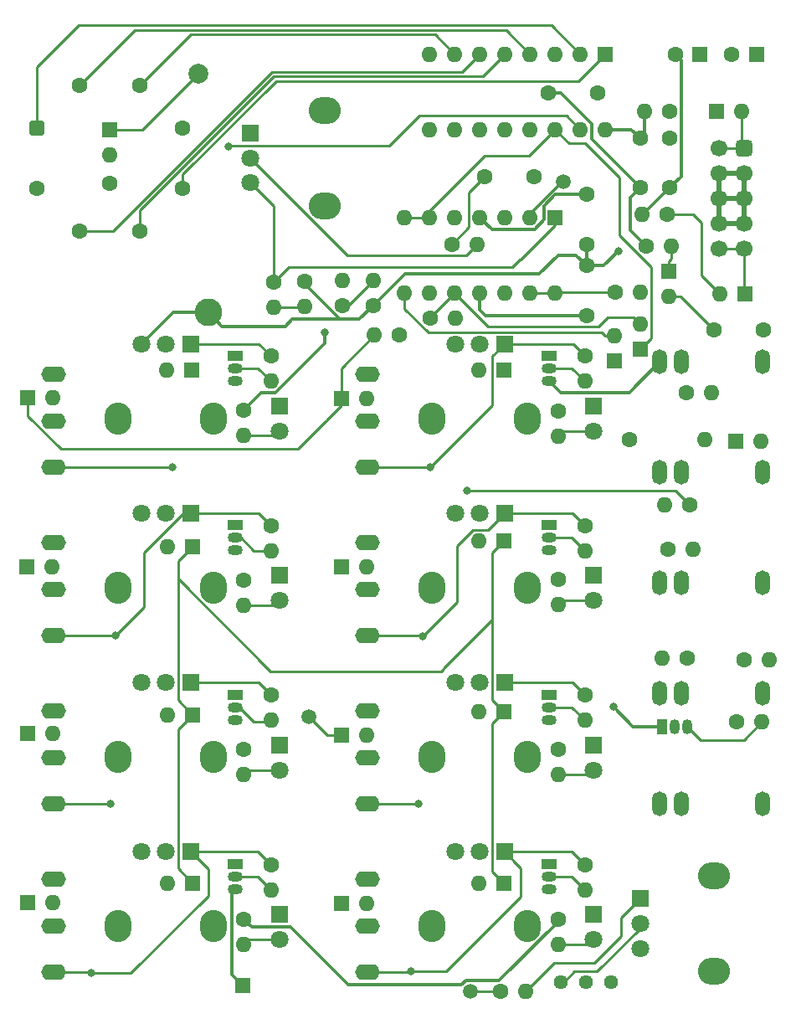
<source format=gtl>
G04 #@! TF.GenerationSoftware,KiCad,Pcbnew,7.0.10*
G04 #@! TF.CreationDate,2024-02-02T08:29:14+10:00*
G04 #@! TF.ProjectId,MK_Seq take 2,4d4b5f53-6571-4207-9461-6b6520322e6b,rev?*
G04 #@! TF.SameCoordinates,Original*
G04 #@! TF.FileFunction,Copper,L1,Top*
G04 #@! TF.FilePolarity,Positive*
%FSLAX46Y46*%
G04 Gerber Fmt 4.6, Leading zero omitted, Abs format (unit mm)*
G04 Created by KiCad (PCBNEW 7.0.10) date 2024-02-02 08:29:14*
%MOMM*%
%LPD*%
G01*
G04 APERTURE LIST*
G04 Aperture macros list*
%AMRoundRect*
0 Rectangle with rounded corners*
0 $1 Rounding radius*
0 $2 $3 $4 $5 $6 $7 $8 $9 X,Y pos of 4 corners*
0 Add a 4 corners polygon primitive as box body*
4,1,4,$2,$3,$4,$5,$6,$7,$8,$9,$2,$3,0*
0 Add four circle primitives for the rounded corners*
1,1,$1+$1,$2,$3*
1,1,$1+$1,$4,$5*
1,1,$1+$1,$6,$7*
1,1,$1+$1,$8,$9*
0 Add four rect primitives between the rounded corners*
20,1,$1+$1,$2,$3,$4,$5,0*
20,1,$1+$1,$4,$5,$6,$7,0*
20,1,$1+$1,$6,$7,$8,$9,0*
20,1,$1+$1,$8,$9,$2,$3,0*%
G04 Aperture macros list end*
G04 #@! TA.AperFunction,ComponentPad*
%ADD10R,1.800000X1.800000*%
G04 #@! TD*
G04 #@! TA.AperFunction,ComponentPad*
%ADD11C,1.800000*%
G04 #@! TD*
G04 #@! TA.AperFunction,ComponentPad*
%ADD12O,2.500000X1.600000*%
G04 #@! TD*
G04 #@! TA.AperFunction,ComponentPad*
%ADD13O,2.720000X3.240000*%
G04 #@! TD*
G04 #@! TA.AperFunction,ComponentPad*
%ADD14C,1.600000*%
G04 #@! TD*
G04 #@! TA.AperFunction,ComponentPad*
%ADD15O,1.600000X1.600000*%
G04 #@! TD*
G04 #@! TA.AperFunction,ComponentPad*
%ADD16R,1.600000X1.600000*%
G04 #@! TD*
G04 #@! TA.AperFunction,ComponentPad*
%ADD17O,1.500000X2.500000*%
G04 #@! TD*
G04 #@! TA.AperFunction,ComponentPad*
%ADD18O,3.240000X2.720000*%
G04 #@! TD*
G04 #@! TA.AperFunction,ComponentPad*
%ADD19C,2.800000*%
G04 #@! TD*
G04 #@! TA.AperFunction,SMDPad,CuDef*
%ADD20C,1.500000*%
G04 #@! TD*
G04 #@! TA.AperFunction,SMDPad,CuDef*
%ADD21R,1.500000X1.500000*%
G04 #@! TD*
G04 #@! TA.AperFunction,ComponentPad*
%ADD22RoundRect,0.400000X-0.400000X0.400000X-0.400000X-0.400000X0.400000X-0.400000X0.400000X0.400000X0*%
G04 #@! TD*
G04 #@! TA.AperFunction,ComponentPad*
%ADD23C,2.000000*%
G04 #@! TD*
G04 #@! TA.AperFunction,ComponentPad*
%ADD24C,1.440000*%
G04 #@! TD*
G04 #@! TA.AperFunction,ComponentPad*
%ADD25R,1.500000X1.050000*%
G04 #@! TD*
G04 #@! TA.AperFunction,ComponentPad*
%ADD26O,1.500000X1.050000*%
G04 #@! TD*
G04 #@! TA.AperFunction,ComponentPad*
%ADD27R,1.050000X1.500000*%
G04 #@! TD*
G04 #@! TA.AperFunction,ComponentPad*
%ADD28O,1.050000X1.500000*%
G04 #@! TD*
G04 #@! TA.AperFunction,ComponentPad*
%ADD29C,1.700000*%
G04 #@! TD*
G04 #@! TA.AperFunction,ComponentPad*
%ADD30RoundRect,0.425000X-0.425000X-0.425000X0.425000X-0.425000X0.425000X0.425000X-0.425000X0.425000X0*%
G04 #@! TD*
G04 #@! TA.AperFunction,ViaPad*
%ADD31C,0.800000*%
G04 #@! TD*
G04 #@! TA.AperFunction,Conductor*
%ADD32C,0.300000*%
G04 #@! TD*
G04 #@! TA.AperFunction,Conductor*
%ADD33C,0.250000*%
G04 #@! TD*
G04 #@! TA.AperFunction,Conductor*
%ADD34C,0.500000*%
G04 #@! TD*
G04 APERTURE END LIST*
D10*
X88900000Y-123185000D03*
D11*
X88900000Y-125725000D03*
D10*
X88900000Y-71750000D03*
D11*
X88900000Y-74290000D03*
D12*
X97789275Y-95017095D03*
X97790000Y-90305820D03*
X97790060Y-85604154D03*
X66039335Y-112037915D03*
X66040060Y-107326640D03*
X66040120Y-102624974D03*
D13*
X113980725Y-107235000D03*
X104380725Y-107235000D03*
D10*
X111680725Y-99735000D03*
D11*
X109180725Y-99735000D03*
X106680725Y-99735000D03*
D14*
X91500000Y-59200000D03*
D15*
X91500000Y-61740000D03*
D14*
X128400000Y-49700000D03*
X128400000Y-44700000D03*
X125400000Y-49700000D03*
X125400000Y-44700000D03*
X128145000Y-52400000D03*
D15*
X125605000Y-52400000D03*
D16*
X133148629Y-42000000D03*
D15*
X135688629Y-42000000D03*
D14*
X98400000Y-61597967D03*
D15*
X98400000Y-59057967D03*
D17*
X127395000Y-67310000D03*
X129595000Y-67310000D03*
X137795000Y-67310000D03*
D14*
X95247034Y-61600000D03*
D15*
X95247034Y-59060000D03*
D13*
X82230000Y-90130000D03*
X72630000Y-90130000D03*
D10*
X79930000Y-82630000D03*
D11*
X77430000Y-82630000D03*
X74930000Y-82630000D03*
D10*
X120650000Y-123185000D03*
D11*
X120650000Y-125725000D03*
D18*
X132892122Y-119305000D03*
X132892122Y-128905000D03*
D10*
X125392122Y-121605000D03*
D11*
X125392122Y-124105000D03*
X125392122Y-126605000D03*
D18*
X93500000Y-41910000D03*
X93500000Y-51510000D03*
D10*
X86000000Y-44210000D03*
D11*
X86000000Y-46710000D03*
X86000000Y-49210000D03*
D13*
X113980725Y-90130000D03*
X104380725Y-90130000D03*
D10*
X111680725Y-82630000D03*
D11*
X109180725Y-82630000D03*
X106680725Y-82630000D03*
D12*
X66039335Y-77996275D03*
X66040060Y-73285000D03*
X66040120Y-68583334D03*
D13*
X113980725Y-124340000D03*
X104380725Y-124340000D03*
D10*
X111680725Y-116840000D03*
D11*
X109180725Y-116840000D03*
X106680725Y-116840000D03*
D14*
X88340337Y-59212823D03*
D15*
X88340337Y-61752823D03*
D13*
X82230000Y-124340000D03*
X72630000Y-124340000D03*
D10*
X79930000Y-116840000D03*
D11*
X77430000Y-116840000D03*
X74930000Y-116840000D03*
D10*
X88900000Y-88895000D03*
D11*
X88900000Y-91435000D03*
D17*
X127395000Y-89645000D03*
X129595000Y-89645000D03*
X137795000Y-89645000D03*
D13*
X82230000Y-73025000D03*
X72630000Y-73025000D03*
D10*
X79930000Y-65525000D03*
D11*
X77430000Y-65525000D03*
X74930000Y-65525000D03*
D19*
X81700000Y-62300000D03*
D20*
X108200000Y-131000000D03*
D10*
X120650000Y-106040000D03*
D11*
X120650000Y-108580000D03*
D21*
X85200000Y-130400000D03*
D20*
X91900000Y-103200000D03*
X117600000Y-49100000D03*
D12*
X66039335Y-129058735D03*
X66040060Y-124347460D03*
X66040120Y-119645794D03*
D14*
X128400000Y-42000000D03*
D15*
X125860000Y-42000000D03*
D12*
X97789275Y-112037915D03*
X97790000Y-107326640D03*
X97790060Y-102624974D03*
D13*
X113980725Y-73025000D03*
X104380725Y-73025000D03*
D10*
X111680725Y-65525000D03*
D11*
X109180725Y-65525000D03*
X106680725Y-65525000D03*
D22*
X64373293Y-43645857D03*
D14*
X68706480Y-39333953D03*
X74813376Y-39335544D03*
X79145517Y-43649240D03*
X79145662Y-49772801D03*
X74813062Y-54099460D03*
X68693053Y-54094640D03*
X64362050Y-49768310D03*
X71763395Y-49260613D03*
D12*
X66039335Y-95017095D03*
X66040060Y-90305820D03*
X66040120Y-85604154D03*
X97789275Y-77996275D03*
X97790000Y-73285000D03*
X97790060Y-68583334D03*
D17*
X127395000Y-111980000D03*
X129595000Y-111980000D03*
X137795000Y-111980000D03*
X127395000Y-100812500D03*
X129595000Y-100812500D03*
X137795000Y-100812500D03*
D13*
X82230000Y-107235000D03*
X72630000Y-107235000D03*
D10*
X79930000Y-99735000D03*
D11*
X77430000Y-99735000D03*
X74930000Y-99735000D03*
D16*
X136000000Y-60400000D03*
D15*
X133460000Y-60400000D03*
D16*
X121905000Y-36195000D03*
D15*
X119365000Y-36195000D03*
X116825000Y-36195000D03*
X114285000Y-36195000D03*
X111745000Y-36195000D03*
X109205000Y-36195000D03*
X106665000Y-36195000D03*
X104125000Y-36195000D03*
X104125000Y-43815000D03*
X106665000Y-43815000D03*
X109205000Y-43815000D03*
X111745000Y-43815000D03*
X114285000Y-43815000D03*
X116825000Y-43815000D03*
X119365000Y-43815000D03*
X121905000Y-43815000D03*
D23*
X80700000Y-38200000D03*
D16*
X116830000Y-52700000D03*
D15*
X114290000Y-52700000D03*
X111750000Y-52700000D03*
X109210000Y-52700000D03*
X106670000Y-52700000D03*
X104130000Y-52700000D03*
X101590000Y-52700000D03*
X101590000Y-60320000D03*
X104130000Y-60320000D03*
X106670000Y-60320000D03*
X109210000Y-60320000D03*
X111750000Y-60320000D03*
X114290000Y-60320000D03*
X116830000Y-60320000D03*
D14*
X122860000Y-60300000D03*
D15*
X125400000Y-60300000D03*
D12*
X97789275Y-129058735D03*
X97790000Y-124347460D03*
X97790060Y-119645794D03*
D10*
X120650000Y-71750000D03*
D11*
X120650000Y-74290000D03*
D17*
X127395000Y-78477500D03*
X129595000Y-78477500D03*
X137795000Y-78477500D03*
D10*
X88900000Y-106040000D03*
D11*
X88900000Y-108580000D03*
D10*
X120650000Y-88895000D03*
D11*
X120650000Y-91435000D03*
D16*
X80125686Y-120000000D03*
D15*
X77585686Y-120000000D03*
D16*
X111600000Y-102700000D03*
D15*
X109060000Y-102700000D03*
D14*
X85300000Y-89353333D03*
D15*
X85300000Y-91893333D03*
D14*
X117100000Y-123660000D03*
D15*
X117100000Y-126200000D03*
D14*
X119800000Y-118155000D03*
D15*
X119800000Y-120695000D03*
D14*
X130445000Y-81800000D03*
D15*
X127905000Y-81800000D03*
D24*
X117420000Y-130000000D03*
X119960000Y-130000000D03*
X122500000Y-130000000D03*
D14*
X88054135Y-83867497D03*
D15*
X88054135Y-86407497D03*
D14*
X117100000Y-89326666D03*
D15*
X117100000Y-91866666D03*
D16*
X111600000Y-68100000D03*
D15*
X109060000Y-68100000D03*
D16*
X128300000Y-58174314D03*
D15*
X128300000Y-60714314D03*
D14*
X130055000Y-70400000D03*
D15*
X132595000Y-70400000D03*
D16*
X95174315Y-105060000D03*
D15*
X97714315Y-105060000D03*
D14*
X106360000Y-55400000D03*
D15*
X108900000Y-55400000D03*
D14*
X114700000Y-48600000D03*
X109700000Y-48600000D03*
D25*
X116205725Y-66675000D03*
D26*
X116205725Y-67945000D03*
X116205725Y-69215000D03*
D25*
X84455000Y-83820000D03*
D26*
X84455000Y-85090000D03*
X84455000Y-86360000D03*
D16*
X122800000Y-67225686D03*
D15*
X122800000Y-64685686D03*
D14*
X117100000Y-106493332D03*
D15*
X117100000Y-109033332D03*
D14*
X88054135Y-66721246D03*
D15*
X88054135Y-69261246D03*
D14*
X85300000Y-106506666D03*
D15*
X85300000Y-109046666D03*
D16*
X63474315Y-104900000D03*
D15*
X66014315Y-104900000D03*
D14*
X104155000Y-62900000D03*
D15*
X106695000Y-62900000D03*
D16*
X137160000Y-36195000D03*
D14*
X134660000Y-36195000D03*
D16*
X95174315Y-88020000D03*
D15*
X97714315Y-88020000D03*
D25*
X116205725Y-100965000D03*
D26*
X116205725Y-102235000D03*
X116205725Y-103505000D03*
D14*
X88054135Y-118160000D03*
D15*
X88054135Y-120700000D03*
D14*
X119800000Y-66700000D03*
D15*
X119800000Y-69240000D03*
D25*
X116205725Y-83820000D03*
D26*
X116205725Y-85090000D03*
X116205725Y-86360000D03*
D16*
X95174315Y-70980000D03*
D15*
X97714315Y-70980000D03*
D16*
X80125686Y-86000000D03*
D15*
X77585686Y-86000000D03*
D14*
X85300000Y-123660000D03*
D15*
X85300000Y-126200000D03*
D14*
X119800000Y-101003332D03*
D15*
X119800000Y-103543332D03*
D16*
X131445000Y-36195000D03*
D14*
X128945000Y-36195000D03*
X126000000Y-55600000D03*
D15*
X128540000Y-55600000D03*
D25*
X84455000Y-100965000D03*
D26*
X84455000Y-102235000D03*
X84455000Y-103505000D03*
D16*
X80125686Y-103000000D03*
D15*
X77585686Y-103000000D03*
D14*
X111255000Y-131000000D03*
D15*
X113795000Y-131000000D03*
D27*
X127660000Y-104200000D03*
D28*
X128930000Y-104200000D03*
X130200000Y-104200000D03*
D14*
X137855839Y-64045436D03*
X132855839Y-64045436D03*
D16*
X63474315Y-122000000D03*
D15*
X66014315Y-122000000D03*
D16*
X71755000Y-43815000D03*
D15*
X71755000Y-46355000D03*
D16*
X63474315Y-70900000D03*
D15*
X66014315Y-70900000D03*
D16*
X63374315Y-88000000D03*
D15*
X65914315Y-88000000D03*
D14*
X128247045Y-86258390D03*
D15*
X130787045Y-86258390D03*
D16*
X135060000Y-75300000D03*
D15*
X137600000Y-75300000D03*
D14*
X117100000Y-72260000D03*
D15*
X117100000Y-74800000D03*
D25*
X116205725Y-118110000D03*
D26*
X116205725Y-119380000D03*
X116205725Y-120650000D03*
D16*
X95174315Y-122100000D03*
D15*
X97714315Y-122100000D03*
D14*
X130200000Y-97300000D03*
D15*
X127660000Y-97300000D03*
D16*
X80040000Y-68100000D03*
D15*
X77500000Y-68100000D03*
D14*
X120000000Y-62600000D03*
X120000000Y-57600000D03*
D16*
X125400000Y-66025686D03*
D15*
X125400000Y-63485686D03*
D14*
X135200000Y-103700000D03*
D15*
X137740000Y-103700000D03*
D16*
X111600000Y-85400000D03*
D15*
X109060000Y-85400000D03*
D14*
X101045000Y-64600000D03*
D15*
X98505000Y-64600000D03*
D25*
X84455000Y-66675000D03*
D26*
X84455000Y-67945000D03*
X84455000Y-69215000D03*
D14*
X124290000Y-75200000D03*
D15*
X131910000Y-75200000D03*
D14*
X121100000Y-40100000D03*
X116100000Y-40100000D03*
X119800000Y-83851666D03*
D15*
X119800000Y-86391666D03*
D14*
X120000000Y-50400000D03*
X120000000Y-55400000D03*
D16*
X111600000Y-120000000D03*
D15*
X109060000Y-120000000D03*
D25*
X84455000Y-118110000D03*
D26*
X84455000Y-119380000D03*
X84455000Y-120650000D03*
D29*
X133360000Y-55880000D03*
X135900000Y-55880000D03*
X133360000Y-53340000D03*
X135900000Y-53340000D03*
X133360000Y-50800000D03*
X135900000Y-50800000D03*
X133360000Y-48260000D03*
X135900000Y-48260000D03*
X133360000Y-45720000D03*
D30*
X135900000Y-45720000D03*
D14*
X135955000Y-97400000D03*
D15*
X138495000Y-97400000D03*
D14*
X88054135Y-101013748D03*
D15*
X88054135Y-103553748D03*
D14*
X85300000Y-72200000D03*
D15*
X85300000Y-74740000D03*
D31*
X123200000Y-56100000D03*
X122700000Y-102200000D03*
X93500000Y-64300000D03*
X107900000Y-80300000D03*
X78100000Y-78000000D03*
X72300000Y-95000000D03*
X71800000Y-112000000D03*
X69900000Y-129100000D03*
X104168807Y-77978193D03*
X103400000Y-95100000D03*
X103000000Y-112037915D03*
X102200000Y-128900000D03*
X83800000Y-45500000D03*
D32*
X117390725Y-70400000D02*
X124305000Y-70400000D01*
X96997967Y-63000000D02*
X98400000Y-61597967D01*
X90240000Y-63000000D02*
X95000000Y-63000000D01*
X126000000Y-55600000D02*
X124400000Y-54000000D01*
D33*
X95000000Y-62943957D02*
X95000000Y-63000000D01*
D34*
X135900000Y-50800000D02*
X135900000Y-48260000D01*
X133360000Y-50800000D02*
X135900000Y-50800000D01*
D32*
X101597967Y-58400000D02*
X98400000Y-61597967D01*
X125400000Y-49700000D02*
X120490000Y-44790000D01*
X124400000Y-50700000D02*
X125400000Y-49700000D01*
X84100000Y-129300000D02*
X85200000Y-130400000D01*
X120515000Y-44291346D02*
X120515000Y-43215000D01*
X74930000Y-65525000D02*
X78155000Y-62300000D01*
X120490000Y-44316346D02*
X120515000Y-44291346D01*
X84455000Y-120650000D02*
X84100000Y-121005000D01*
X124305000Y-70400000D02*
X127395000Y-67310000D01*
X81700000Y-62300000D02*
X83099999Y-63699999D01*
X120490000Y-44790000D02*
X120490000Y-44316346D01*
D34*
X133360000Y-53340000D02*
X135900000Y-53340000D01*
D33*
X90893160Y-59200000D02*
X91500000Y-59200000D01*
D32*
X120515000Y-43215000D02*
X117400000Y-40100000D01*
X117400000Y-40100000D02*
X116100000Y-40100000D01*
X117100000Y-56500000D02*
X115200000Y-58400000D01*
X118900000Y-56500000D02*
X120000000Y-57600000D01*
X123200000Y-56100000D02*
X121700000Y-57600000D01*
X84100000Y-121005000D02*
X84100000Y-129300000D01*
X78155000Y-62300000D02*
X81700000Y-62300000D01*
D34*
X133360000Y-53340000D02*
X133360000Y-50800000D01*
D32*
X115200000Y-58400000D02*
X101597967Y-58400000D01*
X83099999Y-63699999D02*
X89540001Y-63699999D01*
D34*
X135900000Y-53340000D02*
X135900000Y-50800000D01*
D33*
X91500000Y-59200000D02*
X91500000Y-59443957D01*
D32*
X95000000Y-63000000D02*
X96997967Y-63000000D01*
D34*
X135900000Y-48260000D02*
X133360000Y-48260000D01*
D32*
X120000000Y-57600000D02*
X120000000Y-55400000D01*
X89540001Y-63699999D02*
X90240000Y-63000000D01*
X121700000Y-57600000D02*
X120000000Y-57600000D01*
X117100000Y-56500000D02*
X118900000Y-56500000D01*
X116205725Y-69215000D02*
X117390725Y-70400000D01*
X124400000Y-54000000D02*
X124400000Y-50700000D01*
D33*
X91500000Y-59443957D02*
X95000000Y-62943957D01*
D34*
X133360000Y-48260000D02*
X133360000Y-50800000D01*
D32*
X128400000Y-49700000D02*
X125700000Y-52400000D01*
X109210000Y-60320000D02*
X109210000Y-62010000D01*
X129550000Y-48550000D02*
X129550000Y-36800000D01*
X128400000Y-49700000D02*
X129550000Y-48550000D01*
X109210000Y-62010000D02*
X109800000Y-62600000D01*
X109800000Y-62600000D02*
X120000000Y-62600000D01*
X129550000Y-36800000D02*
X128945000Y-36195000D01*
X128305000Y-49700000D02*
X128400000Y-49700000D01*
D33*
X133350000Y-55880000D02*
X135890000Y-55880000D01*
X135900000Y-55880000D02*
X135900000Y-60300000D01*
X135900000Y-60300000D02*
X136000000Y-60400000D01*
X131600000Y-53200000D02*
X130800000Y-52400000D01*
X130800000Y-52400000D02*
X128145000Y-52400000D01*
X131600000Y-58540000D02*
X131600000Y-53200000D01*
X133460000Y-60400000D02*
X131600000Y-58540000D01*
X135688629Y-42000000D02*
X135688629Y-45508629D01*
X133350000Y-45720000D02*
X135890000Y-45720000D01*
X135688629Y-45508629D02*
X135900000Y-45720000D01*
X135288629Y-45108629D02*
X135900000Y-45720000D01*
X133285686Y-45645686D02*
X133360000Y-45720000D01*
D32*
X88530481Y-70411246D02*
X87088754Y-70411246D01*
X121905000Y-43815000D02*
X124515000Y-43815000D01*
X93500000Y-64300000D02*
X93500000Y-65441727D01*
X86099999Y-124459999D02*
X90059999Y-124459999D01*
X111149030Y-129850000D02*
X117100000Y-123899030D01*
X125860000Y-44240000D02*
X125400000Y-44700000D01*
X114716346Y-53900000D02*
X110410000Y-53900000D01*
X107344365Y-130300000D02*
X107794365Y-129850000D01*
X117100000Y-123899030D02*
X117100000Y-123660000D01*
X95900000Y-130300000D02*
X107344365Y-130300000D01*
X125860000Y-42000000D02*
X125860000Y-44240000D01*
X120000000Y-50400000D02*
X116830000Y-50400000D01*
X124700000Y-104200000D02*
X122800000Y-102300000D01*
X90059999Y-124459999D02*
X95900000Y-130300000D01*
X93500000Y-65441727D02*
X88530481Y-70411246D01*
X115680000Y-51550000D02*
X115680000Y-52936346D01*
X110410000Y-53900000D02*
X109210000Y-52700000D01*
X127660000Y-104200000D02*
X124700000Y-104200000D01*
X124515000Y-43815000D02*
X125400000Y-44700000D01*
X87088754Y-70411246D02*
X85300000Y-72200000D01*
X85300000Y-123660000D02*
X86099999Y-124459999D01*
X116830000Y-50400000D02*
X115680000Y-51550000D01*
X115680000Y-52936346D02*
X114716346Y-53900000D01*
X107794365Y-129850000D02*
X111149030Y-129850000D01*
D33*
X88450000Y-74740000D02*
X88900000Y-74290000D01*
X85300000Y-74740000D02*
X88450000Y-74740000D01*
X88441667Y-91893333D02*
X88900000Y-91435000D01*
X85300000Y-91893333D02*
X88441667Y-91893333D01*
X88900000Y-108580000D02*
X85766666Y-108580000D01*
X85766666Y-108580000D02*
X85300000Y-109046666D01*
X85775000Y-125725000D02*
X85300000Y-126200000D01*
X88900000Y-125725000D02*
X85775000Y-125725000D01*
X120650000Y-74290000D02*
X117510000Y-74290000D01*
X117510000Y-74290000D02*
X117100000Y-74700000D01*
X120650000Y-91435000D02*
X117531666Y-91435000D01*
X117531666Y-91435000D02*
X117100000Y-91866666D01*
X120196668Y-109033332D02*
X120650000Y-108580000D01*
X117100000Y-109033332D02*
X120196668Y-109033332D01*
X120175000Y-126200000D02*
X120650000Y-125725000D01*
X117100000Y-126200000D02*
X120175000Y-126200000D01*
X84455000Y-67945000D02*
X86737889Y-67945000D01*
X86737889Y-67945000D02*
X88054135Y-69261246D01*
X84455000Y-85090000D02*
X85005000Y-85090000D01*
X86322497Y-86407497D02*
X88054135Y-86407497D01*
X85005000Y-85090000D02*
X86322497Y-86407497D01*
X84835000Y-102235000D02*
X84455000Y-102235000D01*
X88054135Y-103553748D02*
X87907883Y-103700000D01*
X87907883Y-103700000D02*
X86300000Y-103700000D01*
X86300000Y-103700000D02*
X84835000Y-102235000D01*
X84455000Y-119380000D02*
X86734135Y-119380000D01*
X86734135Y-119380000D02*
X88054135Y-120700000D01*
X118505000Y-67945000D02*
X119800000Y-69240000D01*
X116205725Y-67945000D02*
X118505000Y-67945000D01*
X118498334Y-85090000D02*
X119800000Y-86391666D01*
X116205725Y-85090000D02*
X118498334Y-85090000D01*
X119800000Y-103543332D02*
X118491668Y-102235000D01*
X118491668Y-102235000D02*
X116205725Y-102235000D01*
X119800000Y-120695000D02*
X118485000Y-119380000D01*
X118485000Y-119380000D02*
X116205725Y-119380000D01*
X108085000Y-53675000D02*
X108085000Y-50215000D01*
X117458248Y-49100000D02*
X117600000Y-49100000D01*
X114290000Y-52268248D02*
X117458248Y-49100000D01*
X106360000Y-55400000D02*
X108085000Y-53675000D01*
X108085000Y-50215000D02*
X109700000Y-48600000D01*
X107900000Y-80300000D02*
X128945000Y-80300000D01*
X128945000Y-80300000D02*
X130445000Y-81800000D01*
X111255000Y-131000000D02*
X108200000Y-131000000D01*
X105500000Y-98400000D02*
X105500000Y-98305725D01*
X88000000Y-98600000D02*
X105300000Y-98600000D01*
X105300000Y-98600000D02*
X105500000Y-98400000D01*
X110405725Y-101505725D02*
X111600000Y-102700000D01*
X88000000Y-98600000D02*
X78655000Y-89255000D01*
X110455725Y-118855725D02*
X111600000Y-120000000D01*
X78655000Y-89255000D02*
X78655000Y-89000000D01*
X78655000Y-89000000D02*
X78655000Y-87470686D01*
X110405725Y-86594275D02*
X110405725Y-93400000D01*
X78655000Y-87470686D02*
X80125686Y-86000000D01*
X110455725Y-103844275D02*
X110455725Y-118855725D01*
X110405725Y-93400000D02*
X110405725Y-101505725D01*
X78655000Y-101529314D02*
X78655000Y-89000000D01*
X80125686Y-103000000D02*
X78655000Y-104470686D01*
X78655000Y-104470686D02*
X78655000Y-118529314D01*
X80125686Y-103000000D02*
X78655000Y-101529314D01*
X78655000Y-118529314D02*
X80125686Y-120000000D01*
X105500000Y-98305725D02*
X110405725Y-93400000D01*
X111600000Y-85400000D02*
X110405725Y-86594275D01*
X111600000Y-102700000D02*
X110455725Y-103844275D01*
X117420000Y-130000000D02*
X117700000Y-130000000D01*
X118745000Y-128955000D02*
X121045000Y-128955000D01*
X125392122Y-124607878D02*
X125392122Y-124105000D01*
X121045000Y-128955000D02*
X125392122Y-124607878D01*
X117700000Y-130000000D02*
X118745000Y-128955000D01*
X128300000Y-60714314D02*
X129524717Y-60714314D01*
X129524717Y-60714314D02*
X132855839Y-64045436D01*
X123300000Y-54490991D02*
X123300000Y-48700000D01*
X104130000Y-52070000D02*
X104130000Y-52700000D01*
X101400000Y-52700000D02*
X101300000Y-52600000D01*
X101590000Y-52700000D02*
X101400000Y-52700000D01*
X114140000Y-46500000D02*
X109700000Y-46500000D01*
X118210000Y-45200000D02*
X116825000Y-43815000D01*
X123300000Y-48700000D02*
X119800000Y-45200000D01*
X116825000Y-43815000D02*
X114140000Y-46500000D01*
X101590000Y-52700000D02*
X104130000Y-52700000D01*
X119800000Y-45200000D02*
X118210000Y-45200000D01*
X126525000Y-57715991D02*
X123300000Y-54490991D01*
X126525000Y-64900686D02*
X126525000Y-57715991D01*
X109700000Y-46500000D02*
X104130000Y-52070000D01*
X125400000Y-66025686D02*
X126525000Y-64900686D01*
X106670000Y-60320000D02*
X104155000Y-62835000D01*
X106670000Y-60320000D02*
X110050000Y-63700000D01*
X104155000Y-62835000D02*
X104155000Y-62900000D01*
X121175000Y-63725000D02*
X122100000Y-62800000D01*
X119509009Y-63700000D02*
X119534009Y-63725000D01*
X110050000Y-63700000D02*
X119509009Y-63700000D01*
X119534009Y-63725000D02*
X121175000Y-63725000D01*
X124714314Y-62800000D02*
X125400000Y-63485686D01*
X122100000Y-62800000D02*
X124714314Y-62800000D01*
X101590000Y-61925991D02*
X103964009Y-64300000D01*
X101590000Y-60320000D02*
X101590000Y-61925991D01*
X121900000Y-64700000D02*
X122600000Y-64700000D01*
X103964009Y-64300000D02*
X121500000Y-64300000D01*
X121500000Y-64300000D02*
X121900000Y-64700000D01*
X122600000Y-64700000D02*
X122800000Y-64500000D01*
X131525000Y-105525000D02*
X135915000Y-105525000D01*
X135915000Y-105525000D02*
X137740000Y-103700000D01*
X130200000Y-104200000D02*
X131525000Y-105525000D01*
X119365000Y-36195000D02*
X116470000Y-33300000D01*
X78100000Y-78000000D02*
X78096275Y-77996275D01*
X68600000Y-33300000D02*
X64373293Y-37526707D01*
X86857889Y-65525000D02*
X88054135Y-66721246D01*
X79930000Y-65525000D02*
X86857889Y-65525000D01*
X116470000Y-33300000D02*
X68600000Y-33300000D01*
X64373293Y-37526707D02*
X64373293Y-43645857D01*
X78096275Y-77996275D02*
X66039335Y-77996275D01*
X108900000Y-55400000D02*
X107775000Y-56525000D01*
X107775000Y-56525000D02*
X95815000Y-56525000D01*
X95815000Y-56525000D02*
X86000000Y-46710000D01*
X86816638Y-82630000D02*
X88054135Y-83867497D01*
X72282905Y-95017095D02*
X66039335Y-95017095D01*
X79930000Y-82630000D02*
X86816638Y-82630000D01*
X75200000Y-86600000D02*
X79170000Y-82630000D01*
X74290433Y-33750000D02*
X68706480Y-39333953D01*
X75200000Y-92100000D02*
X75200000Y-86600000D01*
X72300000Y-95000000D02*
X75200000Y-92100000D01*
X79500000Y-83060000D02*
X79930000Y-82630000D01*
X114285000Y-36195000D02*
X111840000Y-33750000D01*
X72300000Y-95000000D02*
X72282905Y-95017095D01*
X79500000Y-83063500D02*
X79500000Y-83060000D01*
X79170000Y-82630000D02*
X79930000Y-82630000D01*
X111840000Y-33750000D02*
X74290433Y-33750000D01*
X86775387Y-99735000D02*
X88054135Y-101013748D01*
X71762085Y-112037915D02*
X66039335Y-112037915D01*
X79930000Y-99735000D02*
X86775387Y-99735000D01*
X106665000Y-36195000D02*
X104670000Y-34200000D01*
X79948920Y-34200000D02*
X74813376Y-39335544D01*
X104670000Y-34200000D02*
X79948920Y-34200000D01*
X71800000Y-112000000D02*
X71762085Y-112037915D01*
X79930000Y-116840000D02*
X86734135Y-116840000D01*
X69858735Y-129058735D02*
X66039335Y-129058735D01*
X69900000Y-129100000D02*
X73900000Y-129100000D01*
X86734135Y-116840000D02*
X88054135Y-118160000D01*
X73900000Y-129100000D02*
X81700000Y-121300000D01*
X81700000Y-121300000D02*
X81700000Y-118610000D01*
X69900000Y-129100000D02*
X69858735Y-129058735D01*
X81700000Y-118610000D02*
X79930000Y-116840000D01*
X121905000Y-36195000D02*
X119200000Y-38900000D01*
X79145662Y-48354338D02*
X79145662Y-49772801D01*
X111680725Y-65525000D02*
X118625000Y-65525000D01*
X118625000Y-65525000D02*
X119800000Y-66700000D01*
X119200000Y-38900000D02*
X88600000Y-38900000D01*
X110475000Y-71672000D02*
X110475000Y-66730725D01*
X110475000Y-66730725D02*
X111680725Y-65525000D01*
X97789275Y-77996275D02*
X104200000Y-77996275D01*
X104168807Y-77978193D02*
X110475000Y-71672000D01*
X88600000Y-38900000D02*
X79145662Y-48354338D01*
X110035725Y-84275000D02*
X108525000Y-84275000D01*
X118578334Y-82630000D02*
X119800000Y-83851666D01*
X111745000Y-36195000D02*
X109490000Y-38450000D01*
X103400000Y-95100000D02*
X103317095Y-95017095D01*
X106900000Y-85900000D02*
X106900000Y-91600000D01*
X111680725Y-82630000D02*
X110035725Y-84275000D01*
X111680725Y-82630000D02*
X118578334Y-82630000D01*
X74813062Y-51986938D02*
X74813062Y-54099460D01*
X103317095Y-95017095D02*
X97789275Y-95017095D01*
X109490000Y-38450000D02*
X88350000Y-38450000D01*
X88350000Y-38450000D02*
X74813062Y-51986938D01*
X108525000Y-84275000D02*
X106900000Y-85900000D01*
X106900000Y-91600000D02*
X103400000Y-95100000D01*
X88163604Y-38000000D02*
X72068964Y-54094640D01*
X118531668Y-99735000D02*
X119800000Y-101003332D01*
X97789275Y-112037915D02*
X103162085Y-112037915D01*
X111680725Y-99735000D02*
X118531668Y-99735000D01*
X72068964Y-54094640D02*
X68693053Y-54094640D01*
X107400000Y-38000000D02*
X88163604Y-38000000D01*
X109205000Y-36195000D02*
X107400000Y-38000000D01*
X112725000Y-117899029D02*
X113312985Y-118487014D01*
X118485000Y-116840000D02*
X119800000Y-118155000D01*
X112725000Y-117884275D02*
X112725000Y-117899029D01*
X111680725Y-116840000D02*
X112725000Y-117884275D01*
X113300000Y-118499999D02*
X113300000Y-121400000D01*
X113300000Y-121400000D02*
X105800000Y-128900000D01*
X97789275Y-129058735D02*
X102304940Y-129058735D01*
X113312985Y-118487014D02*
X113300000Y-118499999D01*
X111680725Y-116840000D02*
X118485000Y-116840000D01*
X105800000Y-128900000D02*
X102200000Y-128900000D01*
X88340337Y-61752823D02*
X91487177Y-61752823D01*
X91487177Y-61752823D02*
X91500000Y-61740000D01*
X93700000Y-73200000D02*
X93700000Y-73300000D01*
X95174315Y-70980000D02*
X95174315Y-67930685D01*
X63474315Y-72760245D02*
X63474315Y-70900000D01*
X95174315Y-71725685D02*
X93700000Y-73200000D01*
X66814070Y-76100000D02*
X63474315Y-72760245D01*
X93760000Y-105060000D02*
X95174315Y-105060000D01*
X90800000Y-76100000D02*
X66814070Y-76100000D01*
X93700000Y-73300000D02*
X93600000Y-73300000D01*
X93600000Y-73300000D02*
X90800000Y-76100000D01*
X95174315Y-70980000D02*
X95174315Y-71725685D01*
X91900000Y-103200000D02*
X93760000Y-105060000D01*
X95174315Y-67930685D02*
X98505000Y-64600000D01*
X75085000Y-43815000D02*
X80700000Y-38200000D01*
X71755000Y-43815000D02*
X75085000Y-43815000D01*
X128300000Y-55840000D02*
X128540000Y-55600000D01*
X128540000Y-56860000D02*
X128540000Y-55600000D01*
X100065000Y-45435000D02*
X83865000Y-45435000D01*
X83865000Y-45435000D02*
X83800000Y-45500000D01*
X119365000Y-43815000D02*
X117950000Y-42400000D01*
X103100000Y-42400000D02*
X100065000Y-45435000D01*
X117950000Y-42400000D02*
X103100000Y-42400000D01*
X128300000Y-57100000D02*
X128540000Y-56860000D01*
X128300000Y-58174314D02*
X128300000Y-57100000D01*
X112490991Y-57700000D02*
X89853160Y-57700000D01*
X88340337Y-59212823D02*
X88340337Y-51550337D01*
X113334009Y-56965991D02*
X113225000Y-56965991D01*
X113225000Y-56965991D02*
X112490991Y-57700000D01*
X89853160Y-57700000D02*
X88340337Y-59212823D01*
X116830000Y-52700000D02*
X116830000Y-53470000D01*
X116830000Y-53470000D02*
X113334009Y-56965991D01*
X88340337Y-51550337D02*
X86000000Y-49210000D01*
X95857967Y-61600000D02*
X95247034Y-61600000D01*
X98400000Y-59057967D02*
X95857967Y-61600000D01*
X122860000Y-60300000D02*
X116850000Y-60300000D01*
X114290000Y-60320000D02*
X116830000Y-60320000D01*
X122840000Y-60320000D02*
X122860000Y-60300000D01*
X116850000Y-60300000D02*
X116830000Y-60320000D01*
X123500000Y-123497122D02*
X125392122Y-121605000D01*
X120800000Y-128100000D02*
X123500000Y-125400000D01*
X123500000Y-125400000D02*
X123500000Y-123497122D01*
X116695000Y-128100000D02*
X120800000Y-128100000D01*
X113795000Y-131000000D02*
X116695000Y-128100000D01*
M02*

</source>
